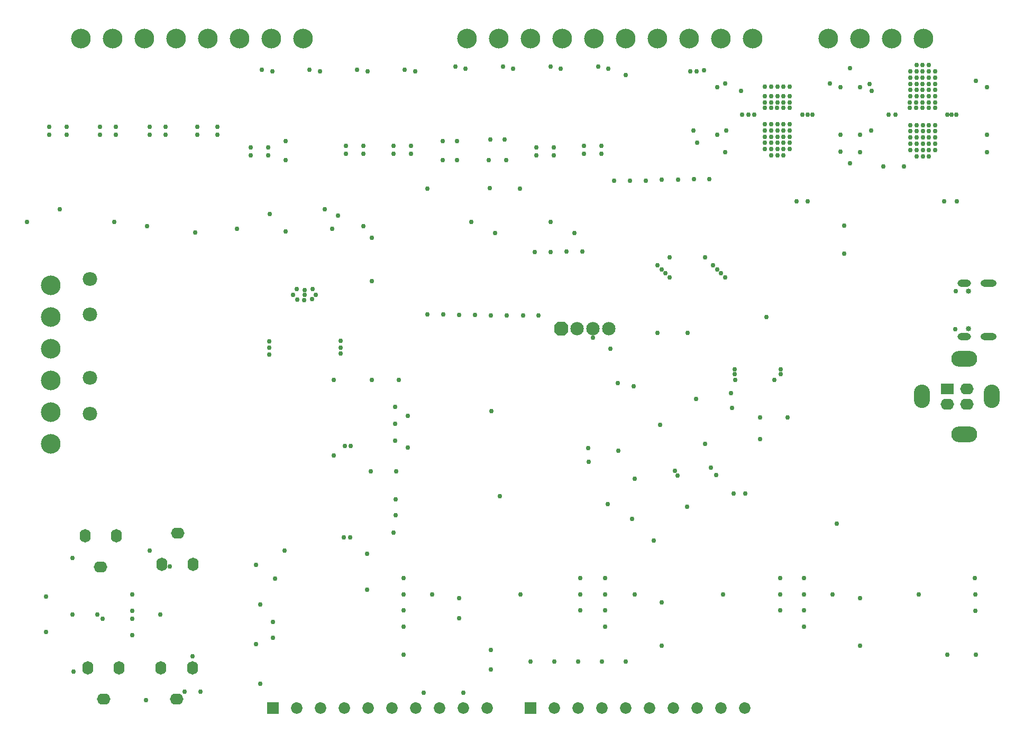
<source format=gbs>
G04*
G04 #@! TF.GenerationSoftware,Altium Limited,Altium Designer,25.0.2 (28)*
G04*
G04 Layer_Color=16711935*
%FSLAX44Y44*%
%MOMM*%
G71*
G04*
G04 #@! TF.SameCoordinates,89448804-F20A-4376-BCDE-6976CDED9B52*
G04*
G04*
G04 #@! TF.FilePolarity,Negative*
G04*
G01*
G75*
%ADD100C,3.1500*%
%ADD101O,2.3090X2.1820*%
%ADD102C,0.8500*%
%ADD103O,2.1500X1.1500*%
%ADD104O,2.5500X1.1500*%
%ADD105O,4.1500X2.5500*%
%ADD106O,2.5500X3.7500*%
%ADD107O,2.1500X1.7500*%
%ADD108R,2.1500X1.7500*%
%ADD109C,2.1500*%
G04:AMPARAMS|DCode=110|XSize=2.15mm|YSize=2.15mm|CornerRadius=0mm|HoleSize=0mm|Usage=FLASHONLY|Rotation=90.000|XOffset=0mm|YOffset=0mm|HoleType=Round|Shape=Octagon|*
%AMOCTAGOND110*
4,1,8,0.5375,1.0750,-0.5375,1.0750,-1.0750,0.5375,-1.0750,-0.5375,-0.5375,-1.0750,0.5375,-1.0750,1.0750,-0.5375,1.0750,0.5375,0.5375,1.0750,0.0*
%
%ADD110OCTAGOND110*%

%ADD111O,1.7500X2.1500*%
%ADD112C,1.8500*%
%ADD113R,1.8500X1.8500*%
%ADD114C,0.1500*%
%ADD115C,0.7500*%
D100*
X101600Y762000D02*
D03*
Y711200D02*
D03*
Y660400D02*
D03*
Y609600D02*
D03*
Y558800D02*
D03*
Y508000D02*
D03*
X1174900Y1157500D02*
D03*
X1225700D02*
D03*
X1073300D02*
D03*
X768500D02*
D03*
X819300D02*
D03*
X870100D02*
D03*
X920900D02*
D03*
X971700D02*
D03*
X1022500D02*
D03*
X1124100D02*
D03*
X505700D02*
D03*
X404100D02*
D03*
X353300D02*
D03*
X302500D02*
D03*
X251700D02*
D03*
X200900D02*
D03*
X150100D02*
D03*
X454900D02*
D03*
X1346300D02*
D03*
X1397100D02*
D03*
X1447900D02*
D03*
X1498700D02*
D03*
D101*
X164322Y556050D02*
D03*
Y613200D02*
D03*
Y714800D02*
D03*
Y771950D02*
D03*
D102*
X1571200Y692600D02*
D03*
Y752400D02*
D03*
D103*
X1564000Y765500D02*
D03*
Y679500D02*
D03*
D104*
X1603000Y765500D02*
D03*
Y679500D02*
D03*
D105*
X1564200Y643720D02*
D03*
Y523320D02*
D03*
D106*
X1496400Y583520D02*
D03*
X1608300D02*
D03*
D107*
X1568700Y571021D02*
D03*
Y596020D02*
D03*
X1536700Y571021D02*
D03*
X186500Y98443D02*
D03*
X181883Y310025D02*
D03*
X305082Y365026D02*
D03*
X303500Y98443D02*
D03*
D108*
X1536700Y596020D02*
D03*
D109*
X970200Y692500D02*
D03*
X944800D02*
D03*
X995600D02*
D03*
D110*
X919400D02*
D03*
D111*
X211500Y148443D02*
D03*
X161500D02*
D03*
X156883Y360026D02*
D03*
X206882D02*
D03*
X330083Y315026D02*
D03*
X280083D02*
D03*
X278500Y148443D02*
D03*
X328500D02*
D03*
D112*
X800100Y84800D02*
D03*
X762000D02*
D03*
X723900D02*
D03*
X685800D02*
D03*
X647700D02*
D03*
X609600D02*
D03*
X571500D02*
D03*
X533400D02*
D03*
X495300D02*
D03*
X908050D02*
D03*
X946150D02*
D03*
X984250D02*
D03*
X1022350D02*
D03*
X1060450D02*
D03*
X1098550D02*
D03*
X1136650D02*
D03*
X1174750D02*
D03*
X1212850D02*
D03*
D113*
X457200D02*
D03*
X869950D02*
D03*
D114*
X70000Y70000D02*
D03*
X1590000D02*
D03*
X70000Y1190000D02*
D03*
X1590000D02*
D03*
D115*
X994400Y1108998D02*
D03*
X918200Y1109097D02*
D03*
X842000D02*
D03*
X765800D02*
D03*
X685350Y1104900D02*
D03*
X609150D02*
D03*
X532950D02*
D03*
X456750D02*
D03*
X1477400Y1046400D02*
D03*
X1487400D02*
D03*
X1497400D02*
D03*
X1507400D02*
D03*
X1517400D02*
D03*
X1477400Y1055087D02*
D03*
X1487400D02*
D03*
X1497400D02*
D03*
X1507400D02*
D03*
X1517400D02*
D03*
X1517634Y1064678D02*
D03*
X1507634D02*
D03*
X1497634D02*
D03*
X1487634D02*
D03*
X1477634D02*
D03*
X1517634Y1074678D02*
D03*
Y1084678D02*
D03*
Y1094678D02*
D03*
Y1104678D02*
D03*
X1507634D02*
D03*
X1497634D02*
D03*
X1487634D02*
D03*
X1477634D02*
D03*
Y1094678D02*
D03*
Y1084678D02*
D03*
Y1074678D02*
D03*
X1487634D02*
D03*
X1497634D02*
D03*
X1507634D02*
D03*
Y1084678D02*
D03*
Y1094678D02*
D03*
X1497634D02*
D03*
X1487634D02*
D03*
Y1084678D02*
D03*
X1497634D02*
D03*
X1507634Y1114678D02*
D03*
X1487634D02*
D03*
X1497634D02*
D03*
X1477741Y1018626D02*
D03*
X1487741D02*
D03*
X1497741D02*
D03*
X1507741D02*
D03*
X1517741D02*
D03*
X1477741Y1008626D02*
D03*
Y998626D02*
D03*
Y988626D02*
D03*
Y978626D02*
D03*
X1487741D02*
D03*
X1497741D02*
D03*
X1507741D02*
D03*
X1517741D02*
D03*
Y988626D02*
D03*
Y998626D02*
D03*
Y1008626D02*
D03*
X1507741D02*
D03*
X1497741D02*
D03*
X1487741D02*
D03*
Y998626D02*
D03*
Y988626D02*
D03*
X1497741D02*
D03*
X1507741D02*
D03*
Y998626D02*
D03*
X1497741D02*
D03*
X1487741Y968626D02*
D03*
X1507741D02*
D03*
X1497741D02*
D03*
X1245000Y1080000D02*
D03*
X1265000D02*
D03*
X1255000D02*
D03*
X1285000D02*
D03*
X1275000D02*
D03*
X1285000Y1055000D02*
D03*
X1275000D02*
D03*
X1245000D02*
D03*
X1255000D02*
D03*
X1265000Y1065000D02*
D03*
Y1055000D02*
D03*
X1264850Y1046400D02*
D03*
X1245000Y1065000D02*
D03*
X1255000D02*
D03*
X1285000D02*
D03*
X1275000D02*
D03*
X1274850Y1046400D02*
D03*
X1244850D02*
D03*
X1284850D02*
D03*
X1254850D02*
D03*
X1265000Y970000D02*
D03*
X1275000D02*
D03*
X1255000D02*
D03*
X1265000Y1000000D02*
D03*
X1275000D02*
D03*
Y990000D02*
D03*
X1265000D02*
D03*
X1255000D02*
D03*
Y1000000D02*
D03*
Y1010000D02*
D03*
X1265000D02*
D03*
X1275000D02*
D03*
X1285000D02*
D03*
Y1000000D02*
D03*
Y990000D02*
D03*
Y980000D02*
D03*
X1275000D02*
D03*
X1265000D02*
D03*
X1255000D02*
D03*
X1245000D02*
D03*
Y990000D02*
D03*
Y1000000D02*
D03*
Y1010000D02*
D03*
X1285000Y1020000D02*
D03*
X1275000D02*
D03*
X1265000D02*
D03*
X1255000D02*
D03*
X1245000D02*
D03*
X1270000Y627375D02*
D03*
Y619875D02*
D03*
X1196340Y627260D02*
D03*
Y619760D02*
D03*
X1135000Y580000D02*
D03*
X565651Y673100D02*
D03*
X451485Y671830D02*
D03*
Y661580D02*
D03*
Y650580D02*
D03*
X565651Y652780D02*
D03*
X565785Y662215D02*
D03*
X520700Y755650D02*
D03*
X495300D02*
D03*
X477980Y847900D02*
D03*
X477520Y993140D02*
D03*
Y962660D02*
D03*
X1181100Y1085480D02*
D03*
X1349110Y1084950D02*
D03*
X1101360Y464817D02*
D03*
X1104900Y457200D02*
D03*
X1149350Y508000D02*
D03*
X1121000Y685800D02*
D03*
X806450Y146050D02*
D03*
Y177800D02*
D03*
X1443000Y1035000D02*
D03*
X1228000D02*
D03*
X1219000D02*
D03*
X1209000D02*
D03*
X1313168Y1035259D02*
D03*
X1305000Y1035000D02*
D03*
X316009Y110650D02*
D03*
X232383Y201061D02*
D03*
X1195067Y427805D02*
D03*
X1214065D02*
D03*
X1360000Y380000D02*
D03*
X507780Y737746D02*
D03*
X496263Y739232D02*
D03*
X520000Y740000D02*
D03*
X525798Y746476D02*
D03*
X490000Y746850D02*
D03*
X508000Y754112D02*
D03*
X650240Y365246D02*
D03*
X1549710Y691190D02*
D03*
X1550541Y752400D02*
D03*
X1491331Y266700D02*
D03*
X1308050Y266660D02*
D03*
X1178123Y266680D02*
D03*
X853450Y266700D02*
D03*
X666750Y170180D02*
D03*
X762000Y109220D02*
D03*
X698500D02*
D03*
X820420Y424180D02*
D03*
X1036500Y452000D02*
D03*
X993578Y411480D02*
D03*
X876300Y814891D02*
D03*
X901700Y815350D02*
D03*
X927100Y815808D02*
D03*
X952500D02*
D03*
X705000Y916400D02*
D03*
X805000Y917140D02*
D03*
X853200Y916940D02*
D03*
X1155700Y931742D02*
D03*
X1131300D02*
D03*
X1105900Y931201D02*
D03*
X1079801Y931050D02*
D03*
X1054100Y929640D02*
D03*
X1028700D02*
D03*
X1003300D02*
D03*
X1415400Y1009650D02*
D03*
X1551375Y1035050D02*
D03*
X1544038D02*
D03*
X1321250D02*
D03*
X1191214Y589326D02*
D03*
X1281520Y550000D02*
D03*
X882667Y713630D02*
D03*
X970200Y678260D02*
D03*
X1010000Y605501D02*
D03*
X1247140Y711200D02*
D03*
X1313180Y896620D02*
D03*
X1295400D02*
D03*
X1531620D02*
D03*
X1551940D02*
D03*
X1600200Y975360D02*
D03*
Y1003300D02*
D03*
X1582420Y1089660D02*
D03*
X1600200Y1079500D02*
D03*
X1412240Y1084580D02*
D03*
X1397000Y1079500D02*
D03*
X1366182D02*
D03*
X1397000Y975360D02*
D03*
Y1003300D02*
D03*
X1366183Y975697D02*
D03*
Y1003300D02*
D03*
X1181179Y975439D02*
D03*
X1183385Y1009557D02*
D03*
X1168400Y1003300D02*
D03*
Y1079500D02*
D03*
X1135380Y1104900D02*
D03*
X1125220D02*
D03*
X939800Y845820D02*
D03*
X902067Y863233D02*
D03*
X812800Y845820D02*
D03*
X774700Y863600D02*
D03*
X602064Y856900D02*
D03*
X552643Y852363D02*
D03*
X561340Y873760D02*
D03*
X452220Y876400D02*
D03*
X400243Y852363D02*
D03*
X333470Y846550D02*
D03*
X255903Y856618D02*
D03*
X203200Y863600D02*
D03*
X63500D02*
D03*
X116202Y883282D02*
D03*
X955040Y985520D02*
D03*
Y972820D02*
D03*
X982980Y985520D02*
D03*
Y972820D02*
D03*
X878840Y982980D02*
D03*
Y970280D02*
D03*
X906780Y982980D02*
D03*
Y970280D02*
D03*
X805180Y995680D02*
D03*
X802640Y962660D02*
D03*
X828040Y995680D02*
D03*
X830580Y962660D02*
D03*
X728980Y993140D02*
D03*
Y962660D02*
D03*
X751840Y993140D02*
D03*
Y962660D02*
D03*
X650240Y985520D02*
D03*
Y972820D02*
D03*
X678180Y985520D02*
D03*
Y972820D02*
D03*
X574040Y985520D02*
D03*
Y972820D02*
D03*
X601980Y985520D02*
D03*
Y972820D02*
D03*
X449580Y970280D02*
D03*
Y982980D02*
D03*
X421640D02*
D03*
Y970280D02*
D03*
X336550Y1016000D02*
D03*
Y1003300D02*
D03*
X368300Y1016000D02*
D03*
Y1003300D02*
D03*
X260350Y1016000D02*
D03*
Y1003300D02*
D03*
X285750Y1016000D02*
D03*
Y1003300D02*
D03*
X180340Y1016000D02*
D03*
Y1003300D02*
D03*
X205740Y1016000D02*
D03*
Y1003300D02*
D03*
X127000D02*
D03*
Y1016000D02*
D03*
X99060Y1003300D02*
D03*
Y1016000D02*
D03*
X508000Y746850D02*
D03*
X1381412Y1109980D02*
D03*
X1147700Y1106170D02*
D03*
X1206500Y1073150D02*
D03*
X1380950Y957150D02*
D03*
X1371600Y812730D02*
D03*
Y857250D02*
D03*
X1434500Y952500D02*
D03*
X1467900D02*
D03*
X1181100Y774700D02*
D03*
X1260000Y610000D02*
D03*
X1197423D02*
D03*
X1010500Y497000D02*
D03*
X1174750Y781050D02*
D03*
X1168400Y787400D02*
D03*
X1162050Y793750D02*
D03*
X1022350Y1098550D02*
D03*
X1136650Y990600D02*
D03*
X1416050Y1073150D02*
D03*
X1149350Y806450D02*
D03*
X1092200D02*
D03*
Y774700D02*
D03*
X1085850Y781050D02*
D03*
X1073150Y793750D02*
D03*
Y685800D02*
D03*
X997500Y660000D02*
D03*
X1237500Y515000D02*
D03*
X1167500Y457500D02*
D03*
X1237500Y550000D02*
D03*
X857645Y713424D02*
D03*
X831850Y713150D02*
D03*
X806450Y713550D02*
D03*
X781050Y713950D02*
D03*
X755650Y714350D02*
D03*
X730250Y714750D02*
D03*
X704850Y714850D02*
D03*
X615950Y838200D02*
D03*
X540821Y883721D02*
D03*
X615950Y768350D02*
D03*
X658870Y609750D02*
D03*
X615768D02*
D03*
X653140Y566833D02*
D03*
Y539750D02*
D03*
Y512668D02*
D03*
X673100Y552450D02*
D03*
Y501650D02*
D03*
X654050Y393700D02*
D03*
X655100Y463550D02*
D03*
X554990Y488950D02*
D03*
X614400Y463550D02*
D03*
X654050Y419100D02*
D03*
X582470Y504050D02*
D03*
X572470D02*
D03*
X1397000Y184150D02*
D03*
X1079500Y254000D02*
D03*
Y184150D02*
D03*
X755650Y260350D02*
D03*
Y228600D02*
D03*
X1397000Y260350D02*
D03*
X869950Y158750D02*
D03*
X908050D02*
D03*
X608300Y274350D02*
D03*
Y331500D02*
D03*
X476250Y336550D02*
D03*
X460700Y292100D02*
D03*
X430850Y186850D02*
D03*
X457200Y196850D02*
D03*
Y222250D02*
D03*
X1192500Y565000D02*
D03*
X807500Y560000D02*
D03*
X1077500Y538000D02*
D03*
X962500Y500582D02*
D03*
X1032500Y387500D02*
D03*
X1067500Y352500D02*
D03*
X1158599Y469549D02*
D03*
X1120500Y407098D02*
D03*
X962633Y478582D02*
D03*
X136964Y233943D02*
D03*
X185049Y227404D02*
D03*
X341950Y110650D02*
D03*
X1130300Y1009650D02*
D03*
X254000Y97443D02*
D03*
X437200Y123350D02*
D03*
X328500Y167050D02*
D03*
X437051Y250499D02*
D03*
X430700Y314000D02*
D03*
X277500Y233943D02*
D03*
X292100Y311150D02*
D03*
X260350Y336550D02*
D03*
X137001Y324943D02*
D03*
X176850Y233943D02*
D03*
X138750Y142943D02*
D03*
X94300Y205900D02*
D03*
Y263050D02*
D03*
X1537250Y169800D02*
D03*
X1582556Y169500D02*
D03*
X1582309Y240240D02*
D03*
Y266240D02*
D03*
X1581050Y292700D02*
D03*
X1269143Y292660D02*
D03*
Y266660D02*
D03*
Y240660D02*
D03*
X1353550Y266700D02*
D03*
X1308050Y292700D02*
D03*
Y214700D02*
D03*
Y240700D02*
D03*
X712288Y266677D02*
D03*
X666700Y292700D02*
D03*
Y266700D02*
D03*
Y240700D02*
D03*
Y214700D02*
D03*
X581200Y358100D02*
D03*
X571200D02*
D03*
X949277Y292700D02*
D03*
X949450Y266700D02*
D03*
Y240700D02*
D03*
X989643Y240660D02*
D03*
Y214660D02*
D03*
Y292660D02*
D03*
Y266660D02*
D03*
X1036368Y266366D02*
D03*
X946150Y158750D02*
D03*
X1022350D02*
D03*
X984250D02*
D03*
X1035000Y600000D02*
D03*
X554990Y609750D02*
D03*
X232000Y227443D02*
D03*
Y240443D02*
D03*
Y266443D02*
D03*
X1079500Y787400D02*
D03*
X749300Y1112520D02*
D03*
X1536700Y1035050D02*
D03*
X1454150D02*
D03*
X515620Y1107440D02*
D03*
X668020D02*
D03*
X439420D02*
D03*
X591820D02*
D03*
X901700Y1112520D02*
D03*
X977900D02*
D03*
X825500D02*
D03*
M02*

</source>
